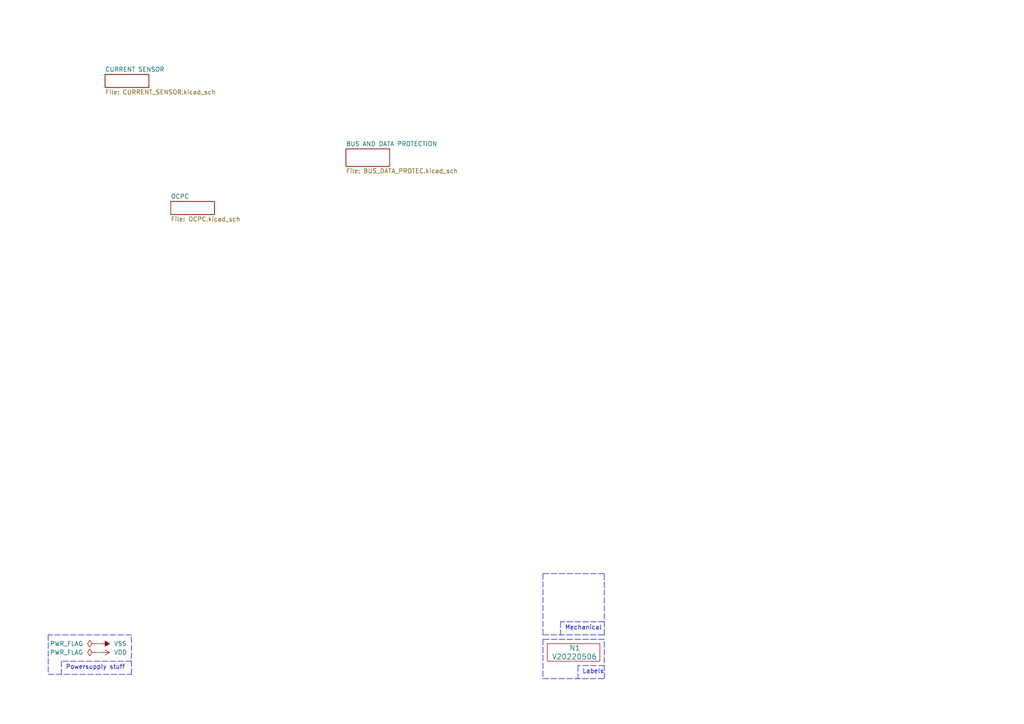
<source format=kicad_sch>
(kicad_sch (version 20231120) (generator "eeschema") (generator_version "8.0")
  (paper "A4")
  (lib_symbols
    (symbol "SquantorLabels:VYYYYMMDD" (pin_names (offset 1.016))
      (property "Reference" "N" (at 0 2.54 0))
      (property "Value" "VYYYYMMDD" (at 0 0 0))
      (symbol "VYYYYMMDD_0_1"
        (rectangle (start 7.62 -1.27) (end -7.62 3.81))
      )
    )
    (symbol "power:PWR_FLAG" (power) (pin_numbers hide) (pin_names (offset 0) hide)
      (property "Value" "PWR_FLAG" (at 0 3.81 0))
      (symbol "PWR_FLAG_0_0"
        (pin power_out line (at 0 0 90) (length 0) (name "pwr") (number "1"))
      )
      (symbol "PWR_FLAG_0_1"
        (polyline (pts (xy 0 0) (xy 0 1.27) (xy -1.016 1.905) (xy 0 2.54) (xy 1.016 1.905) (xy 0 1.27)))
      )
    )
    (symbol "power:VDD" (power) (pin_names (offset 0))
      (property "Value" "VDD" (at 0 3.81 0))
      (symbol "VDD_0_1"
        (polyline (pts (xy -0.762 1.27) (xy 0 2.54)))
        (polyline (pts (xy 0 0) (xy 0 2.54)))
        (polyline (pts (xy 0 2.54) (xy 0.762 1.27)))
      )
      (symbol "VDD_1_1"
        (pin power_in line (at 0 0 90) (length 0) hide (name "VDD") (number "1"))
      )
    )
    (symbol "power:VSS" (power) (pin_names (offset 0))
      (property "Value" "VSS" (at 0 3.81 0))
      (symbol "VSS_0_1"
        (polyline (pts (xy 0 0) (xy 0 2.54)))
        (polyline (pts (xy 0.762 1.27) (xy -0.762 1.27) (xy 0 2.54) (xy 0.762 1.27)) (fill (type outline)))
      )
      (symbol "VSS_1_1"
        (pin power_in line (at 0 0 90) (length 0) hide (name "VSS") (number "1"))
      )
    )
  )
  (polyline (pts (xy 167.64 193.04) (xy 167.64 196.85)) (stroke (width 0) (type dash)))
  (polyline (pts (xy 175.26 185.42) (xy 157.48 185.42)) (stroke (width 0) (type dash)))
  (polyline (pts (xy 175.26 193.04) (xy 167.64 193.04)) (stroke (width 0) (type dash)))
  (polyline (pts (xy 175.26 184.15) (xy 175.26 166.37)) (stroke (width 0) (type dash)))
  (polyline (pts (xy 175.26 180.34) (xy 162.56 180.34)) (stroke (width 0) (type dash)))
  (polyline (pts (xy 38.1 184.15) (xy 13.97 184.15)) (stroke (width 0) (type dash)))
  (polyline (pts (xy 157.48 185.42) (xy 157.48 196.85)) (stroke (width 0) (type dash)))
  (wire (pts (xy 27.94 186.69) (xy 29.21 186.69)))
  (polyline (pts (xy 157.48 184.15) (xy 175.26 184.15)) (stroke (width 0) (type dash)))
  (polyline (pts (xy 38.1 191.77) (xy 17.78 191.77)) (stroke (width 0) (type dash)))
  (polyline (pts (xy 162.56 180.34) (xy 162.56 184.15)) (stroke (width 0) (type dash)))
  (polyline (pts (xy 157.48 196.85) (xy 175.26 196.85)) (stroke (width 0) (type dash)))
  (polyline (pts (xy 175.26 196.85) (xy 175.26 185.42)) (stroke (width 0) (type dash)))
  (polyline (pts (xy 13.97 184.15) (xy 13.97 195.58)) (stroke (width 0) (type dash)))
  (polyline (pts (xy 13.97 195.58) (xy 38.1 195.58)) (stroke (width 0) (type dash)))
  (wire (pts (xy 27.94 189.23) (xy 29.21 189.23)))
  (polyline (pts (xy 38.1 195.58) (xy 38.1 184.15)) (stroke (width 0) (type dash)))
  (polyline (pts (xy 157.48 166.37) (xy 157.48 184.15)) (stroke (width 0) (type dash)))
  (polyline (pts (xy 175.26 166.37) (xy 157.48 166.37)) (stroke (width 0) (type dash)))
  (polyline (pts (xy 17.78 191.77) (xy 17.78 195.58)) (stroke (width 0) (type dash)))
  (text "Labels" (at 168.91 195.58 0) (effects (font (size 1.27 1.27)) (justify left bottom)))
  (text "Powersupply stuff" (at 19.05 194.31 0) (effects (font (size 1.27 1.27)) (justify left bottom)))
  (text "Mechanical" (at 163.83 182.88 0) (effects (font (size 1.27 1.27)) (justify left bottom)))
  (symbol (lib_id "power:VDD") (at 29.21 189.23 270) (unit 1)
    (property "Reference" "#PWR0101" (effects (hide yes)))
    (property "Value" "VDD" (at 33.02 189.2299 90) (effects (justify left)))
  )
  (symbol (lib_id "power:VSS") (at 29.21 186.69 270) (unit 1)
    (property "Reference" "#PWR0102" (effects (hide yes)))
    (property "Value" "VSS" (at 33.02 186.6899 90) (effects (justify left)))
  )
  (symbol (lib_id "power:PWR_FLAG") (at 27.94 189.23 90) (unit 1)
    (property "Reference" "#FLG0102" (effects (hide yes)))
    (property "Value" "PWR_FLAG" (at 24.13 189.2299 90) (effects (justify left)))
  )
  (symbol (lib_id "power:PWR_FLAG") (at 27.94 186.69 90) (unit 1)
    (property "Reference" "#FLG0101" (effects (hide yes)))
    (property "Value" "PWR_FLAG" (at 24.13 186.6899 90) (effects (justify left)))
  )
  (symbol (lib_id "SquantorLabels:VYYYYMMDD") (at 166.37 190.5 0) (unit 1)
    (property "Reference" "N1" (at 165.1 187.96 0) (effects (font (size 1.524 1.524)) (justify left)))
    (property "Value" "V20220506" (at 160.02 190.5 0) (effects (font (size 1.524 1.524)) (justify left)))
    (property "Footprint" "SquantorLabels:Label_Generic" (effects (hide yes)))
  )
  (sheet (at 30.48 21.59) (size 12.7 3.81) (stroke (width 0.1524))
    (property "Sheetname" "CURRENT SENSOR" (at 30.48 20.8784 0) (effects (justify left bottom)))
    (property "Sheetfile" "CURRENT_SENSOR.kicad_sch" (at 30.48 25.9846 0) (effects (justify left top)))
  )
  (sheet (at 49.53 58.42) (size 12.7 3.81) (stroke (width 0.1524))
    (property "Sheetname" "OCPC" (at 49.53 57.7084 0) (effects (justify left bottom)))
    (property "Sheetfile" "OCPC.kicad_sch" (at 49.53 62.8146 0) (effects (justify left top)))
  )
  (sheet (at 100.33 43.18) (size 12.7 5.08) (stroke (width 0.1524))
    (property "Sheetname" "BUS AND DATA PROTECTION" (at 100.33 42.4684 0) (effects (justify left bottom)))
    (property "Sheetfile" "BUS_DATA_PROTEC.kicad_sch" (at 100.33 48.8446 0) (effects (justify left top)))
  )
)
</source>
